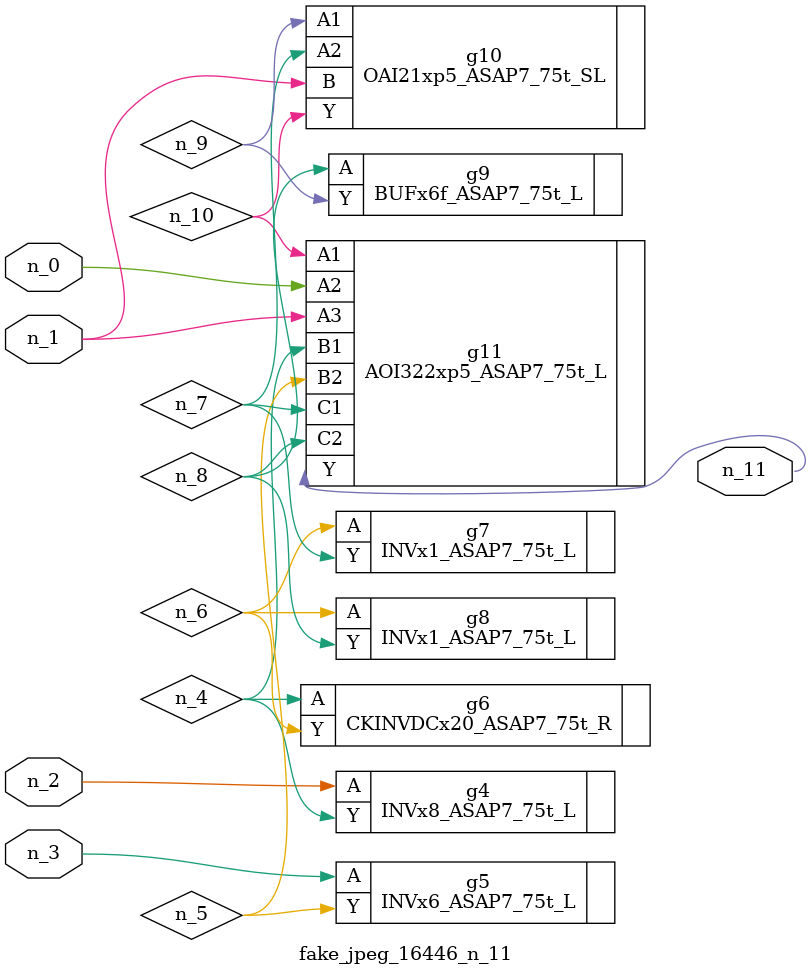
<source format=v>
module fake_jpeg_16446_n_11 (n_0, n_3, n_2, n_1, n_11);

input n_0;
input n_3;
input n_2;
input n_1;

output n_11;

wire n_10;
wire n_4;
wire n_8;
wire n_9;
wire n_6;
wire n_5;
wire n_7;

INVx8_ASAP7_75t_L g4 ( 
.A(n_2),
.Y(n_4)
);

INVx6_ASAP7_75t_L g5 ( 
.A(n_3),
.Y(n_5)
);

CKINVDCx20_ASAP7_75t_R g6 ( 
.A(n_4),
.Y(n_6)
);

INVx1_ASAP7_75t_L g7 ( 
.A(n_6),
.Y(n_7)
);

INVx1_ASAP7_75t_L g8 ( 
.A(n_6),
.Y(n_8)
);

BUFx6f_ASAP7_75t_L g9 ( 
.A(n_8),
.Y(n_9)
);

OAI21xp5_ASAP7_75t_SL g10 ( 
.A1(n_9),
.A2(n_7),
.B(n_1),
.Y(n_10)
);

AOI322xp5_ASAP7_75t_L g11 ( 
.A1(n_10),
.A2(n_0),
.A3(n_1),
.B1(n_4),
.B2(n_5),
.C1(n_7),
.C2(n_8),
.Y(n_11)
);


endmodule
</source>
